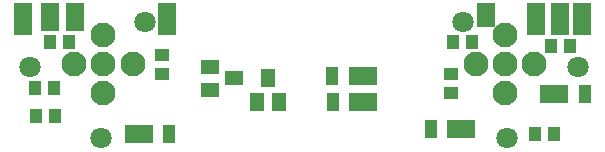
<source format=gbr>
G04 EasyPC Gerber Version 21.0.3 Build 4286 *
G04 #@! TF.Part,Single*
G04 #@! TF.FileFunction,Soldermask,Top *
G04 #@! TF.FilePolarity,Negative *
%FSLAX35Y35*%
%MOMM*%
G04 #@! TA.AperFunction,SMDPad*
%ADD79R,1.10000X1.20000*%
%ADD78R,1.10000X1.60000*%
%ADD84R,1.19060X1.52080*%
%ADD82R,1.50000X2.00000*%
%ADD83R,1.50000X2.40000*%
%ADD81R,1.50000X2.70000*%
%ADD80R,1.20000X1.10000*%
%ADD76R,1.52080X1.19060*%
G04 #@! TA.AperFunction,ComponentPad*
%ADD73C,1.80000*%
%ADD74C,2.10000*%
G04 #@! TA.AperFunction,SMDPad*
%ADD77R,2.40000X1.60000*%
X0Y0D02*
D02*
D73*
X500420Y1097930D03*
X1101460Y496890D03*
X1479760Y1476230D03*
X4166980D03*
X4545280Y496890D03*
X5146320Y1097930D03*
D02*
D74*
X875900Y1119140D03*
X1123380Y871650D03*
Y1119140D03*
Y1366630D03*
X1370870Y1119140D03*
X4275870D03*
X4523360Y871650D03*
Y1119140D03*
Y1366630D03*
X4770840Y1119140D03*
D02*
D76*
X2024350Y904140D03*
Y1094140D03*
X2227390Y999140D03*
D02*
D77*
X1428370Y526640D03*
X3318370Y1021640D03*
X3320870Y801640D03*
X4153370Y569140D03*
X4943370Y866640D03*
D02*
D78*
X1683370Y526640D03*
X3063370Y1021640D03*
X3065870Y801640D03*
X3898370Y569140D03*
X5198370Y866640D03*
D02*
D79*
X545870Y914140D03*
X555870Y684140D03*
X670870Y1309140D03*
X705870Y914140D03*
X715870Y684140D03*
X830870Y1309140D03*
X4083370D03*
X4243370D03*
X4778370Y526640D03*
X4913370Y1271640D03*
X4938370Y526640D03*
X5073370Y1271640D03*
D02*
D80*
X1618370Y1036640D03*
Y1196640D03*
X4063370Y874140D03*
Y1034140D03*
D02*
D81*
X445870Y1501640D03*
X1665870D03*
X4790870D03*
X4988370D03*
X5175870D03*
D02*
D82*
X4363370Y1536640D03*
D02*
D83*
X670870Y1516640D03*
X883370D03*
D02*
D84*
X2423370Y800120D03*
X2518370Y1003160D03*
X2613370Y800120D03*
X0Y0D02*
M02*

</source>
